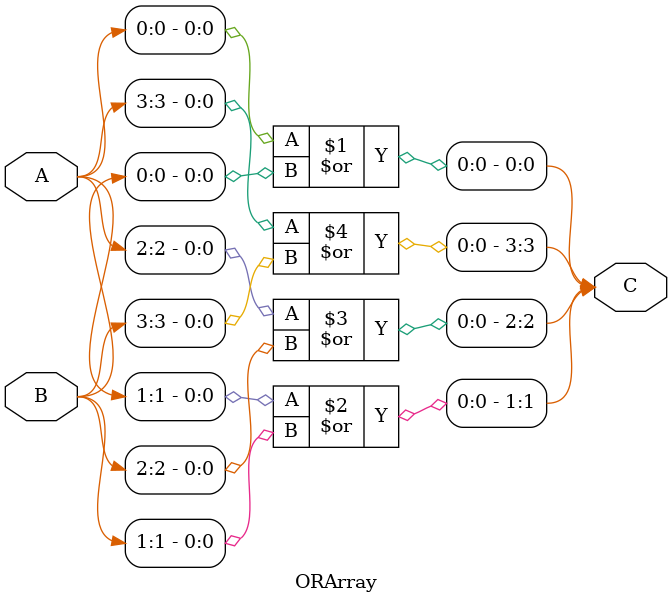
<source format=v>
module ORArray(A,B,C);
input [3:0]A,B;
output [3:0]C;
assign C[0]=A[0]|B[0];
assign C[1]=A[1]|B[1];
assign C[2]=A[2]|B[2];
assign C[3]=A[3]|B[3];
endmodule 

</source>
